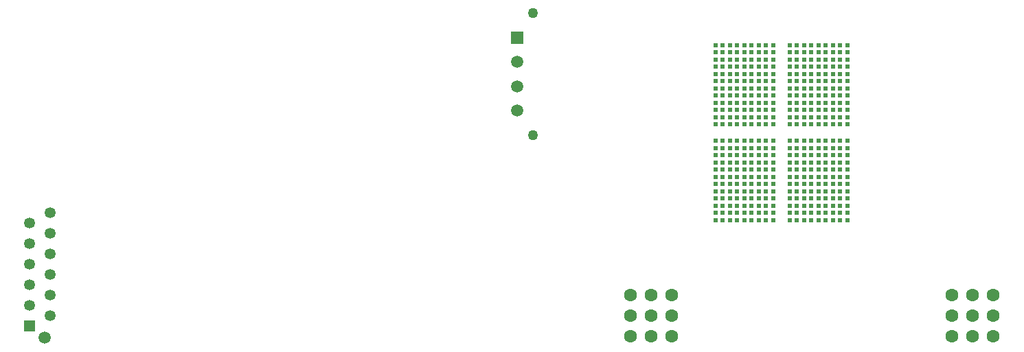
<source format=gbr>
%TF.GenerationSoftware,Altium Limited,Altium Designer,20.1.14 (287)*%
G04 Layer_Color=255*
%FSLAX26Y26*%
%MOIN*%
%TF.SameCoordinates,99935E59-988C-4C8E-A83C-0B030DBE8EB2*%
%TF.FilePolarity,Positive*%
%TF.FileFunction,Pads,Bot*%
%TF.Part,Single*%
G01*
G75*
%TA.AperFunction,ViaPad*%
%ADD41C,0.024000*%
%TA.AperFunction,ComponentPad*%
%ADD42C,0.062992*%
%ADD43C,0.059843*%
%ADD44R,0.059843X0.059843*%
%ADD45C,0.053150*%
%ADD46R,0.053150X0.053150*%
%ADD47C,0.050000*%
%ADD48C,0.059055*%
D41*
X3651416Y940000D02*
D03*
X3406416D02*
D03*
X3651416Y1010000D02*
D03*
X3406416D02*
D03*
X3581416Y940000D02*
D03*
Y1010000D02*
D03*
X3651416Y975000D02*
D03*
X3406416D02*
D03*
X3581416D02*
D03*
X3651416Y1045000D02*
D03*
X3581416D02*
D03*
X3476416Y940000D02*
D03*
Y1010000D02*
D03*
X3441416Y940000D02*
D03*
Y1010000D02*
D03*
X3511416Y940000D02*
D03*
X3546416D02*
D03*
X3511416Y1010000D02*
D03*
X3546416D02*
D03*
X3616416Y940000D02*
D03*
Y1010000D02*
D03*
X3686416Y940000D02*
D03*
Y1010000D02*
D03*
X3476416Y975000D02*
D03*
X3441416D02*
D03*
X3476416Y1045000D02*
D03*
X3511416Y975000D02*
D03*
X3546416D02*
D03*
X3511416Y1045000D02*
D03*
X3546416D02*
D03*
X3616416Y975000D02*
D03*
Y1045000D02*
D03*
X3686416Y975000D02*
D03*
Y1045000D02*
D03*
X3581416Y870000D02*
D03*
X3406416D02*
D03*
X3581416Y800000D02*
D03*
X3406416D02*
D03*
X3651416D02*
D03*
Y870000D02*
D03*
X3581416Y660000D02*
D03*
X3406416D02*
D03*
Y695000D02*
D03*
X3581416D02*
D03*
Y730000D02*
D03*
X3406416D02*
D03*
X3581416Y765000D02*
D03*
X3406416D02*
D03*
Y835000D02*
D03*
X3581416D02*
D03*
X3406416Y905000D02*
D03*
X3581416D02*
D03*
X3651416Y695000D02*
D03*
Y660000D02*
D03*
Y765000D02*
D03*
Y730000D02*
D03*
Y835000D02*
D03*
Y905000D02*
D03*
X3476416Y800000D02*
D03*
Y870000D02*
D03*
X3441416D02*
D03*
Y800000D02*
D03*
X3511416Y870000D02*
D03*
X3546416D02*
D03*
Y800000D02*
D03*
X3511416D02*
D03*
X3616416Y870000D02*
D03*
Y800000D02*
D03*
X3686416Y870000D02*
D03*
Y800000D02*
D03*
X3441416Y695000D02*
D03*
X3476416Y660000D02*
D03*
Y695000D02*
D03*
X3441416Y660000D02*
D03*
X3476416Y730000D02*
D03*
X3441416D02*
D03*
X3476416Y765000D02*
D03*
X3441416D02*
D03*
X3476416Y835000D02*
D03*
X3441416D02*
D03*
Y905000D02*
D03*
X3476416D02*
D03*
X3511416Y660000D02*
D03*
X3546416Y695000D02*
D03*
Y660000D02*
D03*
X3511416Y695000D02*
D03*
X3546416Y765000D02*
D03*
X3511416D02*
D03*
Y730000D02*
D03*
X3546416D02*
D03*
Y835000D02*
D03*
X3511416D02*
D03*
Y905000D02*
D03*
X3546416D02*
D03*
X3616416Y660000D02*
D03*
Y695000D02*
D03*
Y765000D02*
D03*
Y730000D02*
D03*
Y835000D02*
D03*
Y905000D02*
D03*
X3686416Y660000D02*
D03*
Y695000D02*
D03*
Y730000D02*
D03*
Y765000D02*
D03*
Y835000D02*
D03*
Y905000D02*
D03*
X3441416Y1045000D02*
D03*
X3406416D02*
D03*
X4011416Y940000D02*
D03*
X3766416D02*
D03*
X4011416Y1010000D02*
D03*
X3766416D02*
D03*
X3941416Y940000D02*
D03*
Y1010000D02*
D03*
X4011416Y975000D02*
D03*
X3766416D02*
D03*
X3941416D02*
D03*
X4011416Y1045000D02*
D03*
X3941416D02*
D03*
X3836416Y940000D02*
D03*
Y1010000D02*
D03*
X3801416Y940000D02*
D03*
Y1010000D02*
D03*
X3871416Y940000D02*
D03*
X3906416D02*
D03*
X3871416Y1010000D02*
D03*
X3906416D02*
D03*
X3976416Y940000D02*
D03*
Y1010000D02*
D03*
X4046416Y940000D02*
D03*
Y1010000D02*
D03*
X3836416Y975000D02*
D03*
X3801416D02*
D03*
X3836416Y1045000D02*
D03*
X3871416Y975000D02*
D03*
X3906416D02*
D03*
X3871416Y1045000D02*
D03*
X3906416D02*
D03*
X3976416Y975000D02*
D03*
Y1045000D02*
D03*
X4046416Y975000D02*
D03*
Y1045000D02*
D03*
X3941416Y870000D02*
D03*
X3766416D02*
D03*
X3941416Y800000D02*
D03*
X3766416D02*
D03*
X4011416D02*
D03*
Y870000D02*
D03*
X3941416Y660000D02*
D03*
X3766416D02*
D03*
Y695000D02*
D03*
X3941416D02*
D03*
Y730000D02*
D03*
X3766416D02*
D03*
X3941416Y765000D02*
D03*
X3766416D02*
D03*
Y835000D02*
D03*
X3941416D02*
D03*
X3766416Y905000D02*
D03*
X3941416D02*
D03*
X4011416Y695000D02*
D03*
Y660000D02*
D03*
Y765000D02*
D03*
Y730000D02*
D03*
Y835000D02*
D03*
Y905000D02*
D03*
X3836416Y800000D02*
D03*
Y870000D02*
D03*
X3801416D02*
D03*
Y800000D02*
D03*
X3871416Y870000D02*
D03*
X3906416D02*
D03*
Y800000D02*
D03*
X3871416D02*
D03*
X3976416Y870000D02*
D03*
Y800000D02*
D03*
X4046416Y870000D02*
D03*
Y800000D02*
D03*
X3801416Y695000D02*
D03*
X3836416Y660000D02*
D03*
Y695000D02*
D03*
X3801416Y660000D02*
D03*
X3836416Y730000D02*
D03*
X3801416D02*
D03*
X3836416Y765000D02*
D03*
X3801416D02*
D03*
X3836416Y835000D02*
D03*
X3801416D02*
D03*
Y905000D02*
D03*
X3836416D02*
D03*
X3871416Y660000D02*
D03*
X3906416Y695000D02*
D03*
Y660000D02*
D03*
X3871416Y695000D02*
D03*
X3906416Y765000D02*
D03*
X3871416D02*
D03*
Y730000D02*
D03*
X3906416D02*
D03*
Y835000D02*
D03*
X3871416D02*
D03*
Y905000D02*
D03*
X3906416D02*
D03*
X3976416Y660000D02*
D03*
Y695000D02*
D03*
Y765000D02*
D03*
Y730000D02*
D03*
Y835000D02*
D03*
Y905000D02*
D03*
X4046416Y660000D02*
D03*
Y695000D02*
D03*
Y730000D02*
D03*
Y765000D02*
D03*
Y835000D02*
D03*
Y905000D02*
D03*
X3801416Y1045000D02*
D03*
X3766416D02*
D03*
X4011416Y1405000D02*
D03*
X3766416D02*
D03*
X4011416Y1475000D02*
D03*
X3766416D02*
D03*
X3941416Y1405000D02*
D03*
Y1475000D02*
D03*
X4011416Y1440000D02*
D03*
X3766416D02*
D03*
X3941416D02*
D03*
X4011416Y1510000D02*
D03*
X3941416D02*
D03*
X3836416Y1405000D02*
D03*
Y1475000D02*
D03*
X3801416Y1405000D02*
D03*
Y1475000D02*
D03*
X3871416Y1405000D02*
D03*
X3906416D02*
D03*
X3871416Y1475000D02*
D03*
X3906416D02*
D03*
X3976416Y1405000D02*
D03*
Y1475000D02*
D03*
X4046416Y1405000D02*
D03*
Y1475000D02*
D03*
X3836416Y1440000D02*
D03*
X3801416D02*
D03*
X3836416Y1510000D02*
D03*
X3871416Y1440000D02*
D03*
X3906416D02*
D03*
X3871416Y1510000D02*
D03*
X3906416D02*
D03*
X3976416Y1440000D02*
D03*
Y1510000D02*
D03*
X4046416Y1440000D02*
D03*
Y1510000D02*
D03*
X3941416Y1335000D02*
D03*
X3766416D02*
D03*
X3941416Y1265000D02*
D03*
X3766416D02*
D03*
X4011416D02*
D03*
Y1335000D02*
D03*
X3941416Y1125000D02*
D03*
X3766416D02*
D03*
Y1160000D02*
D03*
X3941416D02*
D03*
Y1195000D02*
D03*
X3766416D02*
D03*
X3941416Y1230000D02*
D03*
X3766416D02*
D03*
Y1300000D02*
D03*
X3941416D02*
D03*
X3766416Y1370000D02*
D03*
X3941416D02*
D03*
X4011416Y1160000D02*
D03*
Y1125000D02*
D03*
Y1230000D02*
D03*
Y1195000D02*
D03*
Y1300000D02*
D03*
Y1370000D02*
D03*
X3836416Y1265000D02*
D03*
Y1335000D02*
D03*
X3801416D02*
D03*
Y1265000D02*
D03*
X3871416Y1335000D02*
D03*
X3906416D02*
D03*
Y1265000D02*
D03*
X3871416D02*
D03*
X3976416Y1335000D02*
D03*
Y1265000D02*
D03*
X4046416Y1335000D02*
D03*
Y1265000D02*
D03*
X3801416Y1160000D02*
D03*
X3836416Y1125000D02*
D03*
Y1160000D02*
D03*
X3801416Y1125000D02*
D03*
X3836416Y1195000D02*
D03*
X3801416D02*
D03*
X3836416Y1230000D02*
D03*
X3801416D02*
D03*
X3836416Y1300000D02*
D03*
X3801416D02*
D03*
Y1370000D02*
D03*
X3836416D02*
D03*
X3871416Y1125000D02*
D03*
X3906416Y1160000D02*
D03*
Y1125000D02*
D03*
X3871416Y1160000D02*
D03*
X3906416Y1230000D02*
D03*
X3871416D02*
D03*
Y1195000D02*
D03*
X3906416D02*
D03*
Y1300000D02*
D03*
X3871416D02*
D03*
Y1370000D02*
D03*
X3906416D02*
D03*
X3976416Y1125000D02*
D03*
Y1160000D02*
D03*
Y1230000D02*
D03*
Y1195000D02*
D03*
Y1300000D02*
D03*
Y1370000D02*
D03*
X4046416Y1125000D02*
D03*
Y1160000D02*
D03*
Y1195000D02*
D03*
Y1230000D02*
D03*
Y1300000D02*
D03*
Y1370000D02*
D03*
X3801416Y1510000D02*
D03*
X3766416D02*
D03*
X3651416Y1405000D02*
D03*
X3406416D02*
D03*
X3651416Y1475000D02*
D03*
X3406416D02*
D03*
X3581416Y1405000D02*
D03*
Y1475000D02*
D03*
X3651416Y1440000D02*
D03*
X3406416D02*
D03*
X3581416D02*
D03*
X3651416Y1510000D02*
D03*
X3581416D02*
D03*
X3476416Y1405000D02*
D03*
Y1475000D02*
D03*
X3441416Y1405000D02*
D03*
Y1475000D02*
D03*
X3511416Y1405000D02*
D03*
X3546416D02*
D03*
X3511416Y1475000D02*
D03*
X3546416D02*
D03*
X3616416Y1405000D02*
D03*
Y1475000D02*
D03*
X3686416Y1405000D02*
D03*
Y1475000D02*
D03*
X3476416Y1440000D02*
D03*
X3441416D02*
D03*
X3476416Y1510000D02*
D03*
X3511416Y1440000D02*
D03*
X3546416D02*
D03*
X3511416Y1510000D02*
D03*
X3546416D02*
D03*
X3616416Y1440000D02*
D03*
Y1510000D02*
D03*
X3686416Y1440000D02*
D03*
Y1510000D02*
D03*
X3581416Y1335000D02*
D03*
X3406416D02*
D03*
X3581416Y1265000D02*
D03*
X3406416D02*
D03*
X3651416D02*
D03*
Y1335000D02*
D03*
X3581416Y1125000D02*
D03*
X3406416D02*
D03*
Y1160000D02*
D03*
X3581416D02*
D03*
Y1195000D02*
D03*
X3406416D02*
D03*
X3581416Y1230000D02*
D03*
X3406416D02*
D03*
Y1300000D02*
D03*
X3581416D02*
D03*
X3406416Y1370000D02*
D03*
X3581416D02*
D03*
X3651416Y1160000D02*
D03*
Y1125000D02*
D03*
Y1230000D02*
D03*
Y1195000D02*
D03*
Y1300000D02*
D03*
Y1370000D02*
D03*
X3476416Y1265000D02*
D03*
Y1335000D02*
D03*
X3441416D02*
D03*
Y1265000D02*
D03*
X3511416Y1335000D02*
D03*
X3546416D02*
D03*
Y1265000D02*
D03*
X3511416D02*
D03*
X3616416Y1335000D02*
D03*
Y1265000D02*
D03*
X3686416Y1335000D02*
D03*
Y1265000D02*
D03*
X3441416Y1160000D02*
D03*
X3476416Y1125000D02*
D03*
Y1160000D02*
D03*
X3441416Y1125000D02*
D03*
X3476416Y1195000D02*
D03*
X3441416D02*
D03*
X3476416Y1230000D02*
D03*
X3441416D02*
D03*
X3476416Y1300000D02*
D03*
X3441416D02*
D03*
Y1370000D02*
D03*
X3476416D02*
D03*
X3511416Y1125000D02*
D03*
X3546416Y1160000D02*
D03*
Y1125000D02*
D03*
X3511416Y1160000D02*
D03*
X3546416Y1230000D02*
D03*
X3511416D02*
D03*
Y1195000D02*
D03*
X3546416D02*
D03*
Y1300000D02*
D03*
X3511416D02*
D03*
Y1370000D02*
D03*
X3546416D02*
D03*
X3616416Y1125000D02*
D03*
Y1160000D02*
D03*
Y1230000D02*
D03*
Y1195000D02*
D03*
Y1300000D02*
D03*
Y1370000D02*
D03*
X3686416Y1125000D02*
D03*
Y1160000D02*
D03*
Y1195000D02*
D03*
Y1230000D02*
D03*
Y1300000D02*
D03*
Y1370000D02*
D03*
X3441416Y1510000D02*
D03*
X3406416D02*
D03*
D42*
X4655000Y195000D02*
D03*
X4755000D02*
D03*
Y295000D02*
D03*
X4655000D02*
D03*
X4555000D02*
D03*
Y195000D02*
D03*
X4755000Y95000D02*
D03*
X4555000D02*
D03*
X4655000D02*
D03*
X3095000Y195000D02*
D03*
X3195000D02*
D03*
Y295000D02*
D03*
X3095000D02*
D03*
X2995000D02*
D03*
Y195000D02*
D03*
X3195000Y95000D02*
D03*
X2995000D02*
D03*
X3095000D02*
D03*
D43*
X2445135Y1310621D02*
D03*
Y1428731D02*
D03*
Y1192510D02*
D03*
D44*
Y1546841D02*
D03*
D45*
X179134Y395118D02*
D03*
Y495118D02*
D03*
Y595118D02*
D03*
Y695118D02*
D03*
X79134Y445118D02*
D03*
Y545118D02*
D03*
Y645118D02*
D03*
X179134Y195118D02*
D03*
X79134Y245118D02*
D03*
X179134Y295118D02*
D03*
X79134Y345118D02*
D03*
D46*
Y145118D02*
D03*
D47*
X2522300Y1664951D02*
D03*
Y1074399D02*
D03*
D48*
X150000Y90000D02*
D03*
%TF.MD5,d6ddcc8664d5e746e056483fc38f94ab*%
M02*

</source>
